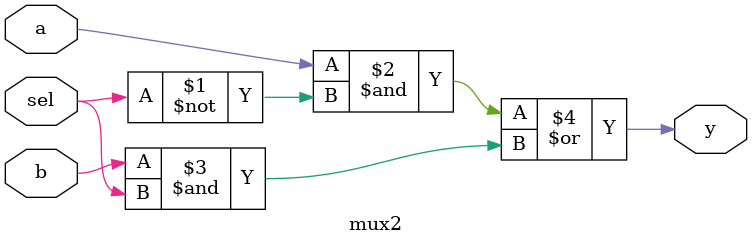
<source format=v>
module mux2(input a, input b, input sel, output y);
  // y = sel ? b : a  ->  y = (a & ~sel) | (b & sel)
  assign y = (a & ~sel) | (b & sel);
endmodule

</source>
